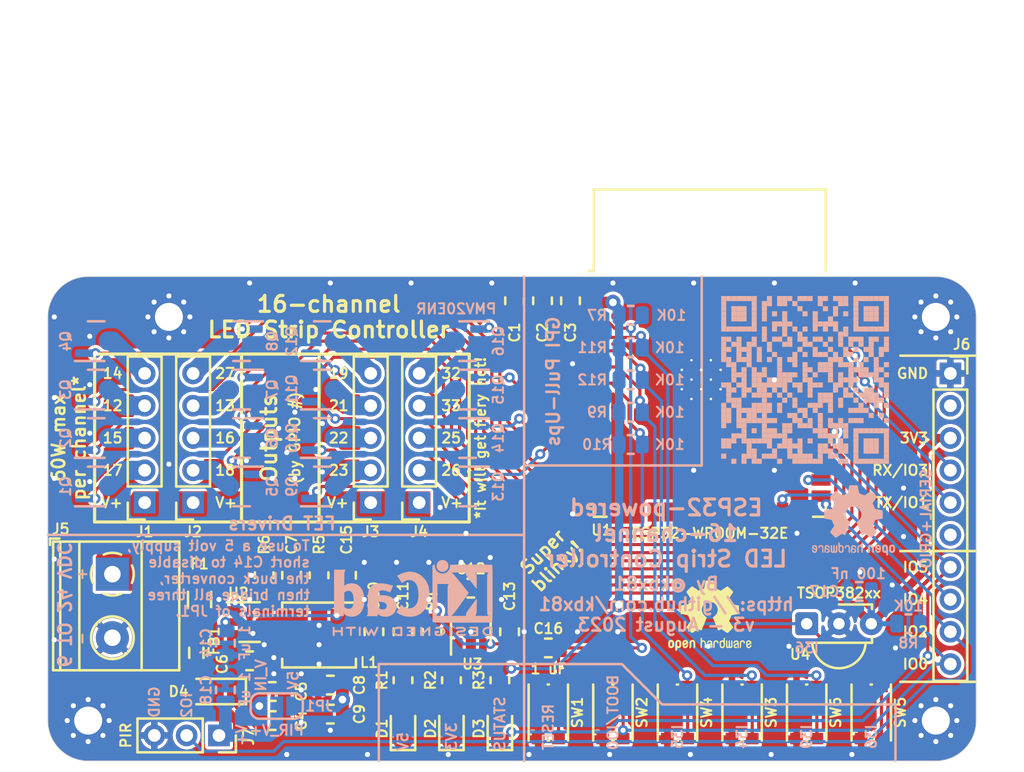
<source format=kicad_pcb>
(kicad_pcb (version 20221018) (generator pcbnew)
  (layers (0 "F.Cu" signal) (31 "B.Cu" signal) (34 "B.Paste" user) (35 "F.Paste" user) (36 "B.SilkS" user "B.Silkscreen") (37 "F.SilkS" user "F.Silkscreen") (38 "B.Mask" user) (39 "F.Mask" user) (44 "Edge.Cuts" user))
  (net 0 "")
  (net 1 "GND")
  (net 2 "/~{RESET}")
  (net 3 "+3V3")
  (net 4 "Net-(D1-A)")
  (net 5 "Net-(D2-A)")
  (net 6 "+24V")
  (net 7 "/GPIO5")
  (net 8 "/GPIO1")
  (net 9 "/GPIO3")
  (net 10 "/PWM_4_TERM")
  (net 11 "/PWM_3_TERM")
  (net 12 "/PWM_2_TERM")
  (net 13 "/PWM_1_TERM")
  (net 14 "/PWM_8_TERM")
  (net 15 "/PWM_7_TERM")
  (net 16 "/PWM_6_TERM")
  (net 17 "/PWM_5_TERM")
  (net 18 "/PWM_12_TERM")
  (net 19 "/PWM_11_TERM")
  (net 20 "/PWM_10_TERM")
  (net 21 "/PWM_9_TERM")
  (net 22 "/PWM_16_TERM")
  (net 23 "/PWM_15_TERM")
  (net 24 "/PWM_14_TERM")
  (net 25 "/PWM_13_TERM")
  (net 26 "/PWM_1")
  (net 27 "/PWM_5")
  (net 28 "/PWM_9")
  (net 29 "/PWM_13")
  (net 30 "/PWM_2")
  (net 31 "/PWM_6")
  (net 32 "/PWM_10")
  (net 33 "/PWM_14")
  (net 34 "/PWM_3")
  (net 35 "/PWM_7")
  (net 36 "/PWM_11")
  (net 37 "/PWM_15")
  (net 38 "/PWM_4")
  (net 39 "/PWM_8")
  (net 40 "/PWM_12")
  (net 41 "/PWM_16")
  (net 42 "/GPI34")
  (net 43 "/GPI35")
  (net 44 "/GPI36")
  (net 45 "/GPI39")
  (net 46 "/GPIO0")
  (net 47 "/GPIO4")
  (net 48 "/GPIO2")
  (net 49 "VDC")
  (net 50 "/SW")
  (net 51 "+5V")
  (net 52 "Net-(D3-A)")
  (net 53 "/BST")
  (net 54 "Net-(D4-A)")
  (net 55 "Net-(U3-EN)")
  (net 56 "Net-(F1-Pad2)")
  (net 64 "Net-(C7-Pad1)")
  (net 65 "Net-(U2-EN)")
  (net 66 "Net-(C15-Pad2)")
  (net 69 "Net-(J7-Pin_1)")
  (footprint "Resistor_SMD:R_0805_2012Metric" (layer "F.Cu") (at 123.825 106.045 -90)
    (fp_text reference "R1")
    (fp_text value "8K2")
  )
  (footprint "Resistor_SMD:R_0805_2012Metric" (layer "F.Cu") (at 131.445 106.045 -90)
    (fp_text reference "R3")
    (fp_text value "2K")
  )
  (footprint "Resistor_SMD:R_0805_2012Metric" (layer "F.Cu") (at 127.635 106.045 -90)
    (fp_text reference "R2")
    (fp_text value "2K")
  )
  (footprint "LED_SMD:LED_0805_2012Metric" (layer "F.Cu") (at 131.445 109.855 90)
    (fp_text reference "D3")
    (fp_text value "STATUS")
  )
  (footprint "LED_SMD:LED_0805_2012Metric" (layer "F.Cu") (at 127.635 109.855 90)
    (fp_text reference "D2")
    (fp_text value "3V3")
  )
  (footprint "LED_SMD:LED_0805_2012Metric" (layer "F.Cu") (at 123.825 109.855 90)
    (fp_text reference "D1")
    (fp_text value "5V")
  )
  (footprint "MountingHole:MountingHole_2.2mm_M2_Pad_Via" (layer "F.Cu") (at 105.41 77.47)
    (fp_text reference "H1")
    (fp_text value "MountingHole_Pad")
  )
  (footprint "MountingHole:MountingHole_2.2mm_M2_Pad_Via" (layer "F.Cu") (at 165.735 77.47)
    (fp_text reference "H2")
    (fp_text value "MountingHole_Pad")
  )
  (footprint "Button_Switch_SMD:SW_Push_1P1T_NO_CK_KMR2" (layer "F.Cu") (at 155.575 108.585 -90)
    (fp_text reference "SW6")
    (fp_text value "I39")
  )
  (footprint "Button_Switch_SMD:SW_Push_1P1T_NO_CK_KMR2" (layer "F.Cu") (at 140.335 108.585 -90)
    (fp_text reference "SW2")
    (fp_text value "BOOT/IO0")
  )
  (footprint "Connector_PinSocket_2.54mm:PinSocket_1x05_P2.54mm_Vertical" (layer "F.Cu") (at 125.095 92.075 180)
    (fp_text reference "J4")
    (fp_text value "PWM_13-16")
  )
  (footprint "Connector_PinSocket_2.54mm:PinSocket_1x05_P2.54mm_Vertical" (layer "F.Cu") (at 121.285 92.075 180)
    (fp_text reference "J3")
    (fp_text value "PWM_9-12")
  )
  (footprint "Connector_PinSocket_2.54mm:PinSocket_1x05_P2.54mm_Vertical" (layer "F.Cu") (at 107.315 92.075 180)
    (fp_text reference "J2")
    (fp_text value "PWM_5-8")
  )
  (footprint "MountingHole:MountingHole_2.2mm_M2_Pad_Via" (layer "F.Cu") (at 165.735 109.22)
    (fp_text reference "H4")
    (fp_text value "MountingHole_Pad")
  )
  (footprint "Capacitor_SMD:C_0805_2012Metric" (layer "F.Cu") (at 135.255 103.505 180)
    (fp_text reference "C16")
    (fp_text value "1 uF")
  )
  (footprint "Diode_SMD:D_SOD-123" (layer "F.Cu") (at 109.22 106.934 180)
    (fp_text reference "D4")
    (fp_text value "MBR120")
  )
  (footprint "Button_Switch_SMD:SW_Push_1P1T_NO_CK_KMR2" (layer "F.Cu") (at 145.415 108.585 -90)
    (fp_text reference "SW4")
    (fp_text value "I35")
  )
  (footprint "MountingHole:MountingHole_2.2mm_M2_Pad_Via" (layer "F.Cu") (at 99.06 109.22)
    (fp_text reference "H3")
    (fp_text value "MountingHole_Pad")
  )
  (footprint "Connector_PinSocket_2.54mm:PinSocket_1x10_P2.54mm_Vertical" (layer "F.Cu") (at 166.878 81.915)
    (fp_text reference "J6")
    (fp_text value "SERIAL+GPIO")
  )
  (footprint "Button_Switch_SMD:SW_Push_1P1T_NO_CK_KMR2" (layer "F.Cu") (at 135.255 108.585 -90)
    (fp_text reference "SW1")
    (fp_text value "RESET")
  )
  (footprint "Button_Switch_SMD:SW_Push_1P1T_NO_CK_KMR2" (layer "F.Cu") (at 160.655 108.585 -90)
    (fp_text reference "SW5")
    (fp_text value "I36")
  )
  (footprint "Button_Switch_SMD:SW_Push_1P1T_NO_CK_KMR2" (layer "F.Cu") (at 150.495 108.585 -90)
    (fp_text reference "SW3")
    (fp_text value "I34")
  )
  (footprint "Connector_PinSocket_2.54mm:PinSocket_1x05_P2.54mm_Vertical" (layer "F.Cu") (at 103.505 92.075 180)
    (fp_text reference "J1")
    (fp_text value "PWM_1-4")
  )
  (footprint "RF_Module:ESP32-WROOM-32" (layer "F.Cu") (at 147.955 83.307)
    (fp_text reference "U1")
    (fp_text value "ESP32-WROOM-32E")
  )
  (footprint "OptoDevice:Vishay_MINICAST-3Pin" (layer "F.Cu") (at 155.575 101.6)
    (fp_text reference "U4")
    (fp_text value "TSOP382xx")
  )
  (footprint "Symbol:OSHW-Logo2_7.3x6mm_SilkScreen" (layer "F.Cu") (at 147.955 100.965)
    (fp_text reference "REF**" hide)
    (fp_text value "OSHW-Logo2_7.3x6mm_SilkScreen" hide)
  )
  (footprint "Connector_PinSocket_2.54mm:PinSocket_1x03_P2.54mm_Vertical" (layer "F.Cu") (at 109.347 110.388 -90)
    (fp_text reference "J7")
    (fp_text value "PIR")
  )
  (footprint "Capacitor_SMD:C_0805_2012Metric" (layer "F.Cu") (at 115.062 97.79 -90)
    (fp_text reference "C7")
    (fp_text value "100 nF")
  )
  (footprint "Capacitor_SMD:C_0805_2012Metric" (layer "F.Cu") (at 113.538 106.934 180)
    (fp_text reference "C5")
    (fp_text value "1 uF")
  )
  (footprint "kbxLEDController-16ch:L_Murata_LQH5BPN_4.9x4.9mm" (layer "F.Cu") (at 117.221 102.489)
    (fp_text reference "L1")
    (fp_text value "6.8 uH")
  )
  (footprint "Capacitor_SMD:C_0805_2012Metric" (layer "F.Cu") (at 137 76.2 -90)
    (fp_text reference "C3")
    (fp_text value "100 nF")
  )
  (footprint "Capacitor_SMD:C_0805_2012Metric" (layer "F.Cu") (at 132.6 76.2 -90)
    (fp_text reference "C1")
    (fp_text value "10 uF")
  )
  (footprint "Fuse:Fuse_1206_3216Metric" (layer "F.Cu") (at 107.823 99.695 -90)
    (fp_text reference "F1")
    (fp_text value "250 mA")
  )
  (footprint "Inductor_SMD:L_0805_2012Metric" (layer "F.Cu") (at 107.569 103.886 -90)
    (fp_text reference "FB1")
    (fp_text value "600R/1A")
  )
  (footprint "Capacitor_SMD:C_0805_2012Metric" (layer "F.Cu") (at 132.207 102.235 -90)
    (fp_text reference "C13")
    (fp_text value "10 uF")
  )
  (footprint "Package_TO_SOT_SMD:SOT-23-5" (layer "F.Cu") (at 129.159 102.235 90)
    (fp_text reference "U3")
    (fp_text value "AP2112K-3.3")
  )
  (footprint "Resistor_SMD:R_0805_2012Metric" (layer "F.Cu") (at 126.111 102.235 -90)
    (fp_text reference "R4")
    (fp_text value "100K")
  )
  (footprint "Capacitor_SMD:C_0805_2012Metric" (layer "F.Cu") (at 111.76 104.521 180)
    (fp_text reference "C6")
    (fp_text value "100 nF")
  )
  (footprint "Capacitor_SMD:C_0805_2012Metric" (layer "F.Cu") (at 113.538 109.22 180)
    (fp_text reference "C4")
    (fp_text value "10 uF")
  )
  (footprint "TerminalBlock_Phoenix:TerminalBlock_Phoenix_MKDS-1,5-2_1x02_P5.00mm_Horizontal" (layer "F.Cu") (at 100.965 97.703 -90)
    (fp_text reference "J5")
    (fp_text value "6 TO 24 VDC")
  )
  (footprint "Capacitor_SMD:C_0805_2012Metric" (layer "F.Cu") (at 121.539 102.235 -90)
    (fp_text reference "C10")
    (fp_text value "22 uF")
  )
  (footprint "Capacitor_SMD:C_0805_2012Metric" (layer "F.Cu") (at 123.825 102.235 -90)
    (fp_text reference "C11")
    (fp_text value "1 uF")
  )
  (footprint "Capacitor_SMD:C_0805_2012Metric" (layer "F.Cu") (at 129.159 98.806 180)
    (fp_text reference "C12")
    (fp_text value "1 uF")
  )
  (footprint "Capacitor_SMD:C_0805_2012Metric" (layer "F.Cu") (at 118.11 108.712)
    (fp_text reference "C9")
    (fp_text value "22 uF")
  )
  (footprint "Capacitor_SMD:C_0805_2012Metric" (layer "F.Cu") (at 118.11 106.426)
    (fp_text reference "C8")
    (fp_text value "22 uF")
  )
  (footprint "Package_TO_SOT_SMD:TSOT-23-6" (layer "F.Cu") (at 111.76 101.473)
    (fp_text reference "U2")
    (fp_text value "AP63205WU")
  )
  (footprint "Capacitor_SMD:C_0805_2012Metric" (layer "F.Cu") (at 134.8 76.2 -90)
    (fp_text reference "C2")
    (fp_text value "1 uF")
  )
  (footprint "Capacitor_SMD:C_0805_2012Metric" (layer "F.Cu") (at 119.38 97.79 90)
    (fp_text reference "C15")
    (fp_text value "100 pF")
  )
  (footprint "Resistor_SMD:R_0805_2012Metric" (layer "F.Cu") (at 117.221 97.79 90)
    (fp_text reference "R5")
    (fp_text value "DNP")
  )
  (footprint "Resistor_SMD:R_0805_2012Metric" (layer "F.Cu") (at 112.903 97.79 -90)
    (fp_text reference "R6")
    (fp_text value "0")
  )
  (footprint "Package_TO_SOT_SMD:SOT-23" (layer "B.Cu") (at 128.905 90.805 180)
    (fp_text reference "Q13")
    (fp_text value "PMV20ENR")
  )
  (footprint "Package_TO_SOT_SMD:SOT-23" (layer "B.Cu") (at 99.695 86.995)
    (fp_text reference "Q2")
    (fp_text value "PMV20ENR")
  )
  (footprint "Package_TO_SOT_SMD:SOT-23" (layer "B.Cu") (at 128.905 79.375 180)
    (fp_text reference "Q16")
    (fp_text value "PMV20ENR")
  )
  (footprint "Package_TO_SOT_SMD:SOT-23" (layer "B.Cu") (at 117.475 79.375)
    (fp_text reference "Q12")
    (fp_text value "PMV20ENR")
  )
  (footprint "Package_TO_SOT_SMD:SOT-23" (layer "B.Cu") (at 99.695 79.375)
    (fp_text reference "Q4")
    (fp_text value "PMV20ENR")
  )
  (footprint "Package_TO_SOT_SMD:SOT-23" (layer "B.Cu") (at 128.905 83.185 180)
    (fp_text reference "Q15")
    (fp_text value "PMV20ENR")
  )
  (footprint "Package_TO_SOT_SMD:SOT-23" (layer "B.Cu") (at 117.475 83.185)
    (fp_text reference "Q11")
    (fp_text value "PMV20ENR")
  )
  (footprint "Package_TO_SOT_SMD:SOT-23" (layer "B.Cu") (at 111.125 83.185 180)
    (fp_text reference "Q7")
    (fp_text value "PMV20ENR")
  )
  (footprint "Package_TO_SOT_SMD:SOT-23" (layer "B.Cu") (at 99.695 83.185)
    (fp_text reference "Q3")
    (fp_text value "PMV20ENR")
  )
  (footprint "Package_TO_SOT_SMD:SOT-23" (layer "B.Cu") (at 128.905 86.995 180)
    (fp_text reference "Q14")
    (fp_text value "PMV20ENR")
  )
  (footprint "Package_TO_SOT_SMD:SOT-23" (layer "B.Cu") (at 117.475 86.995)
    (fp_text reference "Q10")
    (fp_text value "PMV20ENR")
  )
  (footprint "Package_TO_SOT_SMD:SOT-23" (layer "B.Cu") (at 111.125 86.995 180)
    (fp_text reference "Q6")
    (fp_text value "PMV20ENR")
  )
  (footprint "Package_TO_SOT_SMD:SOT-23" (layer "B.Cu") (at 117.475 90.805)
    (fp_text reference "Q9")
    (fp_text value "PMV20ENR")
  )
  (footprint "Package_TO_SOT_SMD:SOT-23" (layer "B.Cu") (at 111.125 90.805 180)
    (fp_text reference "Q5")
    (fp_text value "PMV20ENR")
  )
  (footprint "Package_TO_SOT_SMD:SOT-23" (layer "B.Cu") (at 99.695 90.805)
    (fp_text reference "Q1")
    (fp_text value "PMV20ENR")
  )
  (footprint "Package_TO_SOT_SMD:SOT-23" (layer "B.Cu") (at 111.125 79.375 180)
    (fp_text reference "Q8")
    (fp_text value "PMV20ENR")
  )
  (footprint "Resistor_SMD:R_0805_2012Metric" (layer "B.Cu") (at 163.576 101.6)
    (fp_text reference "R8")
    (fp_text value "10K")
  )
  (footprint "Symbol:OSHW-Logo2_7.3x6mm_SilkScreen" (layer "B.Cu") (at 159.258 93.472 180)
    (fp_text reference "REF**" hide)
    (fp_text value "OSHW-Logo2_7.3x6mm_SilkScreen" hide)
  )
  (footprint "Symbol:KiCad-Logo2_5mm_SilkScreen" (layer "B.Cu") (at 124.587 99.568 180)
    (fp_text reference "REF**" hide)
    (fp_text value "KiCad-Logo2_5mm_SilkScreen" hide)
  )
  (footprint "Resistor_SMD:R_0805_2012Metric" (layer "B.Cu") (at 141.732 87.503)
    (fp_text reference "R10")
    (fp_text value "10K")
  )
  (footprint "Resistor_SMD:R_0805_2012Metric" (layer "B.Cu") (at 141.732 84.963)
    (fp_text reference "R9")
    (fp_text value "10K")
  )
  (footprint "Resistor_SMD:R_0805_2012Metric" (layer "B.Cu") (at 141.732 77.343)
    (fp_text reference "R7")
    (fp_text value "10K")
  )
  (footprint "Capacitor_SMD:C_0805_2012Metric" (layer "B.Cu") (at 159.705 99.06 180)
    (fp_text reference "C17")
    (fp_text value "100 nF")
  )
  (footprint "Resistor_SMD:R_0805_2012Metric" (layer "B.Cu") (at 141.732 79.883)
    (fp_text reference "R11")
    (fp_text value "10K")
  )
  (footprint "Resistor_SMD:R_0805_2012Metric" (layer "B.Cu") (at 141.732 82.423)
    (fp_text reference "R12")
    (fp_text value "10K")
  )
  (footprint "Capacitor_SMD:C_0805_2012Metric" (layer "B.Cu") (at 109.855 106.807 -90)
    (fp_text reference "C18")
    (fp_text value "1 uF")
  )
  (footprint "Capacitor_SMD:C_0805_2012Metric" (layer "B.Cu") (at 109.855 103.124 90)
    (fp_text reference "C14")
    (fp_text value "1 uF")
  )
  (footprint "Jumper:SolderJumper-3_P1.3mm_Open_RoundedPad1.0x1.5mm_NumberLabels" (layer "B.Cu") (at 113.889 108.077 180)
    (fp_text reference "JP1")
    (fp_text value "PIR_V+")
  )
  (footprint "kbxLEDController-16ch:QR" (layer "B.Cu") (at 155.448 82.423 180)
    (fp_text reference "QR*****")
    (fp_text value "QR")
  )
  (gr_line (start 162.56 107.95) (end 162.56 112.395) (stroke (width 0.2)) (layer "B.SilkS"))
  (gr_line (start 141.0335 104.775) (end 121.92 104.775) (stroke (width 0.2)) (layer "B.SilkS"))
  (gr_line (start 133.35 94.615) (end 95.885 94.615) (stroke (width 0.2)) (layer "B.SilkS"))
  (gr_line (start 133.35 74.295) (end 133.35 112.395) (stroke (width 0.2)) (layer "B.SilkS"))
  (gr_line (start 144.2085 107.95) (end 141.0335 104.775) (stroke (width 0.2)) (layer "B.SilkS"))
  (gr_line (start 121.92 104.775) (end 121.92 112.395) (stroke (width 0.2)) (layer "B.SilkS"))
  (gr_line (start 162.56 107.95) (end 144.2085 107.95) (stroke (width 0.2)) (layer "B.SilkS"))
  (gr_line (start 147.32 89.154) (end 147.32 74.295) (stroke (width 0.2)) (layer "B.SilkS"))
  (gr_line (start 133.35 89.154) (end 147.32 89.154) (stroke (width 0.2)) (layer "B.SilkS"))
  (gr_line (start 99.568 93.599) (end 129.032 93.599) (stroke (width 0.25)) (layer "F.SilkS"))
  (gr_line (start 129.032 80.391) (end 99.568 80.391) (stroke (width 0.25)) (layer "F.SilkS"))
  (gr_line (start 99.568 80.391) (end 99.568 93.599) (stroke (width 0.25)) (layer "F.SilkS"))
  (gr_line (start 162.941 95.885) (end 168.91 95.885) (stroke (width 0.2)) (layer "F.SilkS"))
  (gr_line (start 117.221 93.599) (end 117.221 80.391) (stroke (width 0.25)) (layer "F.SilkS"))
  (gr_line (start 111.125 93.599) (end 111.125 80.391) (stroke (width 0.25)) (layer "F.SilkS"))
  (gr_line (start 162.941 80.518) (end 168.91 80.518) (stroke (width 0.2)) (layer "F.SilkS"))
  (gr_line (start 162.941 106.172) (end 168.91 106.172) (stroke (width 0.2)) (layer "F.SilkS"))
  (gr_line (start 129.032 93.599) (end 129.032 80.391) (stroke (width 0.25)) (layer "F.SilkS"))
  (gr_arc (start 99.06 112.395) (mid 96.814936 111.465064) (end 95.885 109.22) (stroke (width 0.05)) (layer "Edge.Cuts"))
  (gr_arc (start 95.885 77.47) (mid 96.814936 75.224936) (end 99.06 74.295) (stroke (width 0.05)) (layer "Edge.Cuts"))
  (gr_arc (start 165.735 74.295) (mid 167.980064 75.224936) (end 168.91 77.47) (stroke (width 0.05)) (layer "Edge.Cuts"))
  (gr_line (start 168.91 77.47) (end 168.91 109.22) (stroke (width 0.05)) (layer "Edge.Cuts"))
  (gr_line (start 95.885 109.22) (end 95.885 77.47) (stroke (width 0.05)) (layer "Edge.Cuts"))
  (gr_line (start 99.06 112.395) (end 165.735 112.395) (stroke (width 0.05)) (layer "Edge.Cuts"))
  (gr_arc (start 168.91 109.22) (mid 167.980064 111.465064) (end 165.735 112.395) (stroke (width 0.05)) (layer "Edge.Cuts"))
  (gr_line (start 165.735 74.295) (end 99.06 74.295) (stroke (width 0.05)) (layer "Edge.Cuts"))
  (gr_text "By @kbx81\nhttps://github.com/kbx81\nv3 — August 2023" (at 144.526 100.076) (layer "B.SilkS") (effects (font (size 1 1) (thickness 0.2)) (justify mirror)))
  (gr_text "ESP32-powered\n16-channel\nLED Strip Controller" (at 144.526 94.488) (layer "B.SilkS") (effects (font (size 1.25 1.25) (thickness 0.25)) (justify mirror)))
  (gr_text "GPI Pull-Ups" (at 135.636 82.55 90) (layer "B.SilkS") (effects (font (size 1 1) (thickness 0.2)) (justify mirror)))
  (gr_text "FET Drivers" (at 114.3 93.726) (layer "B.SilkS") (effects (font (size 1 1) (thickness 0.2)) (justify mirror)))
  (gr_text "To use a 5 volt supply,\nshort C14 to disable\nthe buck converter,\nthen bridge all three\nterminals of JP1." (at 116.586 98.044) (layer "B.SilkS") (effects (font (size 0.8 0.8) (thickness 0.16) bold) (justify left mirror)))
  (gr_text "60W max\nper channel*" (at 97.536 86.995 90) (layer "F.SilkS") (effects (font (size 1 1) (thickness 0.2))))
  (gr_text "Outputs" (at 113.284 86.995 90) (layer "F.SilkS") (effects (font (size 1.2 1.2) (thickness 0.225) bold)))
  (gr_text "Super\nblinky!" (at 135.382 96.52 45) (layer "F.SilkS") (effects (font (size 1 1) (thickness 0.2))))
  (gr_text "16-channel\nLED Strip Controller" (at 117.983 77.47) (layer "F.SilkS") (effects (font (size 1.25 1.25) (thickness 0.25))))
  (gr_text "*It will get fiery hot!" (at 129.921 86.995 90) (layer "F.SilkS") (effects (font (size 0.8 0.8) (thickness 0.16) bold)))
  (gr_text "(by GPIO #)" (at 115.316 86.995 90) (layer "F.SilkS") (effects (font (size 0.8 0.8) (thickness 0.16) bold)))
  (via (at 126.746 92.456) (size 0.8) (drill 0.4) (layers "F.Cu" "B.Cu") (net 1))
  (via (at 117.475 85.852) (size 0.8) (drill 0.4) (layers "F.Cu" "B.Cu") (net 1))
  (via (at 152.781 111.887) (size 0.8) (drill 0.4) (layers "F.Cu" "B.Cu") (net 1))
  (via (at 96.393 96.52) (size 0.8) (drill 0.4) (layers "F.Cu" "B.Cu") (net 1))
  (via (at 140.335 74.803) (size 0.8) (drill 0.4) (layers "F.Cu" "B.Cu") (net 1))
  (via (at 153.035 89.535) (size 0.8) (drill 0.4) (layers "F.Cu" "B.Cu") (net 1))
  (via (at 113.538 90.17) (size 0.8) (drill 0.4) (layers "F.Cu" "B.Cu") (net 1))
  (via (at 99.187 78.994) (size 0.8) (drill 0.4) (layers "F.Cu" "B.Cu") (net 1))
  (via (at 111.887 97.79) (size 0.8) (drill 0.4) (layers "F.Cu" "B.Cu") (net 1))
  (via (at 131.572 99.695) (size 0.8) (drill 0.4) (layers "F.Cu" "B.Cu") (net 1))
  (via (at 113.665 105.537) (size 0.8) (drill 0.4) (layers "F.Cu" "B.Cu") (net 1))
  (via (at 109.347 99.695) (size 0.8) (drill 0.4) (layers "F.Cu" "B.Cu") (net 1))
  (via (at 146.685 89.535) (size 0.8) (drill 0.4) (layers "F.Cu" "B.Cu") (net 1))
  (via (at 128.778 94.488) (size 0.8) (drill 0.4) (layers "F.Cu" "B.Cu") (net 1))
  (via (at 140.716 102.235) (size 0.8) (drill 0.4) (layers "F.Cu" "B.Cu") (net 1))
  (via (at 129.159 102.235) (size 0.8) (drill 0.4) (layers "F.Cu" "B.Cu") (net 1))
  (via (at 111.76 99.695) (size 0.8) (drill 0.4) (layers "F.Cu" "B.Cu") (net 1))
  (via (at 140.081 111.887) (size 0.8) (drill 0.4) (layers "F.Cu" "B.Cu") (net 1))
  (via (at 117.221 104.775) (size 0.8) (drill 0.4) (layers "F.Cu" "B.Cu") (net 1))
  (via (at 120.777 99.695) (size 0.8) (drill 0.4) (layers "F.Cu" "B.Cu") (net 1))
  (via (at 159.385 74.803) (size 0.8) (drill 0.4) (layers "F.Cu" "B.Cu") (net 1))
  (via (at 96.393 83.82) (size 0.8) (drill 0.4) (layers "F.Cu" "B.Cu") (net 1))
  (via (at 114.046 86.233) (size 0.8) (drill 0.4) (layers "F.Cu" "B.Cu") (net 1))
  (via (at 117.221 101.727) (size 0.8) (drill 0.4) (layers "F.Cu" "B.Cu") (net 1))
  (via (at 115.316 90.17) (size 0.8) (drill 0.4) (layers "F.Cu" "B.Cu") (net 1))
  (via (at 147.828 103.378) (size 0.8) (drill 0.4) (layers "F.Cu" "B.Cu") (net 1))
  (via (at 137.541 102.235) (size 0.8) (drill 0.4) (layers "F.Cu" "B.Cu") (net 1))
  (via (at 114.681 111.887) (size 0.8) (drill 0.4) (layers "F.Cu" "B.Cu") (net 1))
  (via (at 162.56 103.505) (size 0.8) (drill 0.4) (layers "F.Cu" "B.Cu") (net 1))
  (via (at 125.857 99.695) (size 0.8) (drill 0.4) (layers "F.Cu" "B.Cu") (net 1))
  (via (at 146.685 74.803) (size 0.8) (drill 0.4) (layers "F.Cu" "B.Cu") (net 1))
  (via (at 96.393 77.47) (size 0.8) (drill 0.4) (layers "F.Cu" "B.Cu") (net 1))
  (via (at 112.903 103.251) (size 0.8) (drill 0.4) (layers "F.Cu" "B.Cu") (net 1))
  (via (at 121.031 111.887) (size 0.8) (drill 0.4) (layers "F.Cu" "B.Cu") (net 1))
  (via (at 130.683 96.393) (size 0.8) (drill 0.4) (layers "F.Cu" "B.Cu") (net 1))
  (via (at 96.393 90.17) (size 0.8) (drill 0.4) (layers "F.Cu" "B.Cu") (net 1))
  (via (at 123.317 99.695) (size 0.8) (drill 0.4) (layers "F.Cu" "B.Cu") (net 1))
  (via (at 159.766 97.536) (size 0.8) (drill 0.4) (layers "F.Cu" "B.Cu") (net 1))
  (via (at 111.76 74.803) (size 0.8) (drill 0.4) (layers "F.Cu" "B.Cu") (net 1))
  (via (at 130.81 74.803) (size 0.8) (drill 0.4) (layers "F.Cu" "B.Cu") (net 1))
  (via (at 115.824 106.807) (size 0.8) (drill 0.4) (layers "F.Cu" "B.Cu") (net 1))
  (via (at 159.131 111.887) (size 0.8) (drill 0.4) (layers "F.Cu" "B.Cu") (net 1))
  (via (at 117.475 89.662) (size 0.8) (drill 0.4) (layers "F.Cu" "B.Cu") (net 1))
  (via (at 162.306 98.552) (size 0.8) (drill 0.4) (layers "F.Cu" "B.Cu") (net 1))
  (via (at 115.316 84.963) (size 0.8) (drill 0.4) (layers "F.Cu" "B.Cu") (net 1))
  (via (at 99.187 86.614) (size 0.8) (drill 0.4) (layers "F.Cu" "B.Cu") (net 1))
  (via (at 99.187 82.804) (size 0.8) (drill 0.4) (layers "F.Cu" "B.Cu") (net 1))
  (via (at 113.665 104.267) (size 0.8) (drill 0.4) (layers "F.Cu" "B.Cu") (net 1))
  (via (at 127.381 111.887) (size 0.8) (drill 0.4) (layers "F.Cu" "B.Cu") (net 1))
  (via (at 137.16 81.153) (size 0.8) (drill 0.4) (layers "F.Cu" "B.Cu") (net 1))
  (via (at 120.777 96.774) (size 0.8) (drill 0.4) (layers "F.Cu" "B.Cu") (net 1))
  (via (at 163.195 90.932) (size 0.8) (drill 0.4) (layers "F.Cu" "B.Cu") (net 1))
  (via (at 125.857 96.774) (size 0.8) (drill 0.4) (layers "F.Cu" "B.Cu") (net 1))
  (via (at 112.014 102.362) (size 0.8) (drill 0.4) (layers "F.Cu" "B.Cu") (net 1))
  (via (at 128.397 96.774) (size 0.8) (drill 0.4) (layers "F.Cu" "B.Cu") (net 1))
  (via (at 154.813 94.488) (size 0.8) (drill 0.4) (layers "F.Cu" "B.Cu") (net 1))
  (via (at 117.221 103.251) (size 0.8) (drill 0.4) (layers "F.Cu" "B.Cu") (net 1))
  (via (at 163.195 94.742) (size 0.8) (drill 0.4) (layers "F.Cu" "B.Cu") (net 1))
  (via (at 124.46 74.803) (size 0.8) (drill 0.4) (layers "F.Cu" "B.Cu") (net 1))
  (via (at 146.431 111.887) (size 0.8) (drill 0.4) (layers "F.Cu" "B.Cu") (net 1))
  (via (at 105.41 89.05) (size 0.8) (drill 0.4) (layers "F.Cu" "B.Cu") (net 1))
  (via (at 112.776 87.503) (size 0.8) (drill 0.4) (layers "F.Cu" "B.Cu") (net 1))
  (via (at 118.11 74.803) (size 0.8) (drill 0.4) (layers "F.Cu" "B.Cu") (net 1))
  (via (at 116.967 83.18) (size 0.8) (drill 0.4) (layers "F.Cu" "B.Cu") (net 1))
  (via (at 115.824 109.347) (size 0.8) (drill 0.4) (layers "F.Cu" "B.Cu") (net 1))
  (via (at 133.731 111.887) (size 0.8) (drill 0.4) (layers "F.Cu" "B.Cu") (net 1))
  (via (at 133.35 102.235) (size 0.8) (drill 0.4) (layers "F.Cu" "B.Cu") (net 1))
  (via (at 153.035 82.423) (size 0.8) (drill 0.4) (layers "F.Cu" "B.Cu") (net 1))
  (via (at 99.187 90.424) (size 0.8) (drill 0.4) (layers "F.Cu" "B.Cu") (net 1))
  (via (at 154.178 103.378) (size 0.8) (drill 0.4) (layers "F.Cu" "B.Cu") (net 1))
  (via (at 123.317 96.774) (size 0.8) (drill 0.4) (layers "F.Cu" "B.Cu") (net 1))
  (via (at 118.11 109.982) (size 0.8) (drill 0.4) (layers "F.Cu" "B.Cu") (net 1))
  (via (at 115.824 105.537) (size 0.8) (drill 0.4) (layers "F.Cu" "B.Cu") (net 1))
  (via (at 96.393 102.87) (size 0.8) (drill 0.4) (layers "F.Cu" "B.Cu") (net 1))
  (via (at 114.681 88.138) (size 0.8) (drill 0.4) (layers "F.Cu" "B.Cu") (net 1))
  (via (at 137.16 92.964) (size 0.8) (drill 0.4) (layers "F.Cu" "B.Cu") (net 1))
  (via (at 111.506 88.773) (size 0.8) (drill 0.4) (layers "F.Cu" "B.Cu") (net 1))
  (via (at 153.035 74.803) (size 0.8) (drill 0.4) (layers "F.Cu" "B.Cu") (net 1))
  (segment (start 136.055 106.535) (end 136.055 103.655) (width 0.25) (layer "F.Cu") (net 2))
  (segment (start 136.205 103.505) (end 142.621 103.505) (width 0.25) (layer "F.Cu") (net 2))
  (segment (start 140.462 78.359) (end 139.7 77.597) (width 0.25) (layer "F.Cu") (net 2))
  (segment (start 136.055 103.655) (end 136.205 103.505) (width 0.25) (layer "F.Cu") (net 2))
  (segment (start 139.7 77.597) (end 139.205 77.597) (width 0.25) (layer "F.Cu") (net 2))
  (segment (start 136.055 110.635) (end 136.055 106.535) (width 0.25) (layer "F.Cu") (net 2))
  (segment (start 141.744 78.359) (end 140.462 78.359) (width 0.25) (layer "F.Cu") (net 2))
  (via (at 142.621 103.505) (size 0.8) (drill 0.4) (layers "F.Cu" "B.Cu") (net 2))
  (via (at 141.744 78.359) (size 0.8) (drill 0.4) (layers "F.Cu" "B.Cu") (net 2))
  (segment (start 141.732 78.371) (end 141.744 78.359) (width 0.25) (layer "B.Cu") (net 2))
  (segment (start 142.621 103.505) (end 141.732 102.616) (width 0.25) (layer "B.Cu") (net 2))
  (segment (start 141.732 102.616) (end 141.732 87.884) (width 0.25) (layer "B.Cu") (net 2))
  (segment (start 141.732 87.884) (end 141.732 78.371) (width 0.25) (layer "B.Cu") (net 2))
  (segment (start 141.744 78.359) (end 142.6445 77.4585) (width 0.25) (layer "B.Cu") (net 2))
  (segment (start 142.6445 77.4585) (end 142.6445 77.343) (width 0.25) (layer "B.Cu") (net 2))
  (segment (start 128.209 98.486) (end 129.286 97.409) (width 0.65) (layer "F.Cu") (net 3))
  (segment (start 164.846 88.011) (end 165.862 86.995) (width 0.65) (layer "F.Cu") (net 3))
  (segment (start 165.862 86.995) (end 166.878 86.995) (width 0.65) (layer "F.Cu") (net 3))
  (segment (start 137 77.15) (end 137.607 77.15) (width 0.65) (layer "F.Cu") (net 3))
  (segment (start 127.635 105.1325) (end 131.445 105.1325) (width 0.25) (layer "F.Cu") (net 3))
  (segment (start 139.205 76.327) (end 140.335 76.327) (width 0.65) (layer "F.Cu") (net 3))
  (segment (start 164.846 97.409) (end 164.846 88.011) (width 0.65) (layer "F.Cu") (net 3))
  (segment (start 134.1475 100.1115) (end 140.8075 100.1115) (width 0.65) (layer "F.Cu") (net 3))
  (segment (start 132.6 77.15) (end 134.8 77.15) (width 1) (layer "F.Cu") (net 3))
  (segment (start 159.1665 100.1115) (end 140.8075 100.1115) (width 0.65) (layer "F.Cu") (net 3))
  (segment (start 131.445 105.1325) (end 132.334 105.1325) (width 0.25) (layer "F.Cu") (net 3))
  (segment (start 160.655 101.6) (end 159.1665 100.1115) (width 0.65) (layer "F.Cu") (net 3))
  (segment (start 134.8 77.15) (end 137 77.15) (width 1) (layer "F.Cu") (net 3))
  (segment (start 137.607 77.15) (end 138.43 76.327) (width 0.65) (layer "F.Cu") (net 3))
  (segment (start 138.43 76.327) (end 139.205 76.327) (width 0.65) (layer "F.Cu") (net 3))
  (segment (start 128.209 98.806) (end 128.209 98.486) (width 0.65) (layer "F.Cu") (net 3))
  (segment (start 128.209 101.0975) (end 128.209 98.806) (width 0.6) (layer "F.Cu") (net 3))
  (segment (start 131.445 97.409) (end 134.1475 100.1115) (width 0.65) (layer "F.Cu") (net 3))
  (segment (start 129.286 97.409) (end 131.445 97.409) (width 0.65) (layer "F.Cu") (net 3))
  (segment (start 160.655 101.6) (end 164.846 97.409) (width 0.65) (layer "F.Cu") (net 3))
  (via (at 140.8075 100.1115) (size 1.2) (drill 0.6) (layers "F.Cu" "B.Cu") (net 3))
  (via (at 140.335 76.327) (size 1.2) (drill 0.6) (layers "F.Cu" "B.Cu") (net 3))
  (via (at 132.334 105.1325) (size 0.8) (drill 0.4) (layers "F.Cu" "B.Cu") (net 3))
  (segment (start 140.8195 77.343) (end 140.8195 79.883) (width 0.65) (layer "B.Cu") (net 3))
  (segment (start 140.335 76.327) (end 140.8195 76.8115) (width 0.65) (layer "B.Cu") (net 3))
  (segment (start 140.8195 82.423) (end 140.8195 84.963) (width 0.65) (layer "B.Cu") (net 3))
  (segment (start 140.8195 96.6705) (end 140.8195 100.0995) (width 0.65) (layer "B.Cu") (net 3))
  (segment (start 160.655 101.6) (end 160.655 99.06) (width 0.6) (layer "B.Cu") (net 3))
  (segment (start 140.8195 84.963) (end 140.8195 87.503) (width 0.65) (layer "B.Cu") (net 3))
  (segment (start 140.8195 76.8115) (end 140.8195 77.343) (width 0.65) (layer "B.Cu") (net 3))
  (segment (start 140.8195 100.0995) (end 140.8075 100.1115) (width 0.65) (layer "B.Cu") (net 3))
  (segment (start 132.334 105.1325) (end 135.7865 105.1325) (width 0.25) (layer "B.Cu") (net 3))
  (segment (start 135.7865 105.1325) (end 140.8075 100.1115) (width 0.25) (layer "B.Cu") (net 3))
  (segment (start 162.6635 101.6) (end 160.655 101.6) (width 0.4) (layer "B.Cu") (net 3))
  (segment (start 140.8195 79.883) (end 140.8195 82.423) (width 0.65) (layer "B.Cu") (net 3))
  (segment (start 140.8195 87.503) (end 140.8195 96.6705) (width 0.65) (layer "B.Cu") (net 3))
  (segment (start 123.825 107.07) (end 123.825 108.9175) (width 0.25) (layer "F.Cu") (net 4))
  (segment (start 127.635 108.9175) (end 127.635 107.07) (width 0.25) (layer "F.Cu") (net 5))
  (via (at 112.522 108.077) (size 1.2) (drill 0.6) (layers "F.Cu" "B.Cu") (net 6))
  (segment (start 156.705 86.487) (end 157.734 86.487) (width 0.25) (layer "F.Cu") (net 7))
  (segment (start 131.445 110.7925) (end 131.6505 110.7925) (width 0.25) (layer "F.Cu") (net 7))
  (segment (start 165.1 98.933) (end 166.878 97.155) (width 0.25) (layer "F.Cu") (net 7))
  (segment (start 165.1 104.14) (end 165.1 98.933) (width 0.25) (layer "F.Cu") (net 7))
  (segment (start 131.6505 110.7925) (end 132.334 110.109) (width 0.25) (layer "F.Cu") (net 7))
  (via (at 157.734 86.487) (size 0.8) (drill 0.4) (layers "F.Cu" "B.Cu") (net 7))
  (via (at 132.334 110.109) (size 0.8) (drill 0.4) (layers "F.Cu" "B.Cu") (net 7))
  (via (at 165.1 104.14) (size 0.8) (drill 0.4) (layers "F.Cu" "B.Cu") (net 7))
  (segment (start 140.589 109.347) (end 140.716 109.22) (width 0.25) (layer "B.Cu") (net 7))
  (segment (start 166.878 97.155) (end 157.734 88.011) (width 0.25) (layer "B.Cu") (net 7))
  (segment (start 157.734 88.011) (end 157.734 86.487) (width 0.25) (layer "B.Cu") (net 7))
  (segment (start 139.827 110.109) (end 140.589 109.347) (width 0.25) (layer "B.Cu") (net 7))
  (segment (start 132.334 110.109) (end 139.827 110.109) (width 0.25) (layer "B.Cu") (net 7))
  (segment (start 141.605 109.22) (end 160.02 109.22) (width 0.25) (layer "B.Cu") (net 7))
  (segment (start 160.02 109.22) (end 165.1 104.14) (width 0.25) (layer "B.Cu") (net 7))
  (segment (start 140.716 109.22) (end 141.605 109.22) (width 0.25) (layer "B.Cu") (net 7))
  (segment (start 157.734 78.867) (end 159.385 80.518) (width 0.25) (layer "F.Cu") (net 8))
  (segment (start 156.705 78.867) (end 157.734 78.867) (width 0.25) (layer "F.Cu") (net 8))
  (via (at 159.385 80.518) (size 0.8) (drill 0.4) (layers "F.Cu" "B.Cu") (net 8))
  (segment (start 165.481 89.027) (end 159.385 82.931) (width 0.25) (layer "B.Cu") (net 8))
  (segment (start 166.878 92.075) (end 165.481 90.678) (width 0.25) (layer "B.Cu") (net 8))
  (segment (start 159.385 82.931) (end 159.385 80.518) (width 0.25) (layer "B.Cu") (net 8))
  (segment (start 165.481 90.678) (end 165.481 89.027) (width 0.25) (layer "B.Cu") (net 8))
  (segment (start 156.705 80.137) (end 157.734 80.137) (width 0.25) (layer "F.Cu") (net 9))
  (segment (start 157.734 80.137) (end 160.147 82.55) (width 0.25) (layer "F.Cu") (net 9))
  (via (at 160.147 82.55) (size 0.8) (drill 0.4) (layers "F.Cu" "B.Cu") (net 9))
  (segment (start 166.878 89.281) (end 166.878 89.535) (width 0.25) (layer "B.Cu") (net 9))
  (segment (start 160.147 82.55) (end 166.878 89.281) (width 0.25) (layer "B.Cu") (net 9))
  (segment (start 103.505 81.915) (end 100.9518 79.3618) (width 1.5) (layer "B.Cu") (net 10))
  (segment (start 100.9518 79.3618) (end 100.645699 79.3618) (width 1.5) (layer "B.Cu") (net 10))
  (segment (start 101.928899 84.455) (end 100.645699 83.1718) (width 1.5) (layer "B.Cu") (net 11))
  (segment (start 103.505 84.455) (end 101.928899 84.455) (width 1.5) (layer "B.Cu") (net 11))
  (segment (start 100.658899 86.995) (end 100.645699 86.9818) (width 1.5) (layer "B.Cu") (net 12))
  (segment (start 103.505 86.995) (end 100.658899 86.995) (width 1.5) (layer "B.Cu") (net 12))
  (segment (start 103.505 89.535) (end 101.902499 89.535) (width 1.5) (layer "B.Cu") (net 13))
  (segment (start 101.902499 89.535) (end 100.645699 90.7918) (width 1.5) (layer "B.Cu") (net 13))
  (segment (start 109.8418 79.3882) (end 110.174301 79.3882) (width 1.5) (layer "B.Cu") (net 14))
  (segment (start 107.315 81.915) (end 109.8418 79.3882) (width 1.5) (layer "B.Cu") (net 14))
  (segment (start 107.315 84.455) (end 108.9175 84.455) (width 1.5) (layer "B.Cu") (net 15))
  (segment (start 108.9175 84.455) (end 110.174301 83.198199) (width 1.5) (layer "B.Cu") (net 15))
  (segment (start 107.315 86.995) (end 110.1875 86.995) (width 1.5) (layer "B.Cu") (net 16))
  (segment (start 108.9175 89.535) (end 110.1875 90.805) (width 1.5) (layer "B.Cu") (net 17))
  (segment (start 107.315 89.535) (end 108.9175 89.535) (width 1.5) (layer "B.Cu") (net 17))
  (segment (start 121.285 81.915) (end 118.745 79.375) (width 1.5) (layer "B.Cu") (net 18))
  (segment (start 118.745 79.375) (end 118.4125 79.375) (width 1.5) (layer "B.Cu") (net 18))
  (segment (start 121.285 84.455) (end 119.6825 84.455) (width 1.5) (layer "B.Cu") (net 19))
  (segment (start 119.6825 84.455) (end 118.4125 83.185) (width 1.5) (layer "B.Cu") (net 19))
  (segment (start 118.438899 86.995) (end 118.425699 86.9818) (width 1.5) (layer "B.Cu") (net 20))
  (segment (start 121.285 86.995) (end 118.438899 86.995) (width 1.5) (layer "B.Cu") (net 20))
  (segment (start 121.285 89.535) (end 119.6825 89.535) (width 1.5) (layer "B.Cu") (net 21))
  (segment (start 119.6825 89.535) (end 118.425699 90.791801) (width 1.5) (layer "B.Cu") (net 21))
  (segment (start 125.095 81.915) (end 127.635 79.375) (width 1.5) (layer "B.Cu") (net 22))
  (segment (start 127.635 79.375) (end 127.9675 79.375) (width 1.5) (layer "B.Cu") (net 22))
  (segment (start 125.095 84.455) (end 126.6975 84.455) (width 1.5) (layer "B.Cu") (net 23))
  (segment (start 126.6975 84.455) (end 127.9675 83.185) (width 1.5) (layer "B.Cu") (net 23))
  (segment (start 125.095 86.995) (end 127.9675 86.995) (width 1.5) (layer "B.Cu") (net 24))
  (segment (start 125.095 89.535) (end 126.6975 89.535) (width 1.5) (layer "B.Cu") (net 25))
  (segment (start 126.6975 89.535) (end 127.9675 90.805) (width 1.5) (layer "B.Cu") (net 25))
  (segment (start 156.705 87.757) (end 157.705 87.757) (width 0.25) (layer "F.Cu") (net 26))
  (segment (start 125.857 80.01) (end 117.983 80.01) (width 0.25) (layer "F.Cu") (net 26))
  (segment (start 127.635 84.963) (end 127.635 81.788) (width 0.25) (layer "F.Cu") (net 26))
  (segment (start 128.27 85.598) (end 127.635 84.963) (width 0.25) (layer "F.Cu") (net 26))
  (segment (start 158.496 92.964) (end 155.448 96.012) (width 0.25) (layer "F.Cu") (net 26))
  (segment (start 157.705 87.757) (end 158.496 88.548) (width 0.25) (layer "F.Cu") (net 26))
  (segment (start 117.983 80.01) (end 109.728 88.265) (width 0.25) (layer "F.Cu") (net 26))
  (segment (start 109.728 88.265) (end 102.489 88.265) (width 0.25) (layer "F.Cu") (net 26))
  (segment (start 158.496 88.548) (end 158.496 92.964) (width 0.25) (layer "F.Cu") (net 26))
  (segment (start 135.89 96.012) (end 128.905 89.027) (width 0.25) (layer "F.Cu") (net 26))
  (segment (start 128.905 89.027) (end 128.905 87.884) (width 0.25) (layer "F.Cu") (net 26))
  (segment (start 127.635 81.788) (end 125.857 80.01) (width 0.25) (layer "F.Cu") (net 26))
  (segment (start 102.489 88.265) (end 99.6315 91.1225) (width 0.25) (layer "F.Cu") (net 26))
  (segment (start 99.6315 91.1225) (end 99.6315 91.7575) (width 0.25) (layer "F.Cu") (net 26))
  (segment (start 155.448 96.012) (end 135.89 96.012) (width 0.25) (layer "F.Cu") (net 26))
  (segment (start 128.27 87.249) (end 128.27 85.598) (width 0.25) (layer "F.Cu") (net 26))
  (segment (start 128.905 87.884) (end 128.27 87.249) (width 0.25) (layer "F.Cu") (net 26))
  (via (at 99.6315 91.7575) (size 0.8) (drill 0.4) (layers "F.Cu" "B.Cu") (net 26))
  (segment (start 99.629 91.755) (end 99.6315 91.7575) (width 0.25) (layer "B.Cu") (net 26))
  (segment (start 98.7575 91.755) (end 99.629 91.755) (width 0.25) (layer "B.Cu") (net 26))
  (segment (start 110.871 88.138) (end 110.871 88.265) (width 0.25) (layer "F.Cu") (net 27))
  (segment (start 127.635 85.852) (end 127 85.217) (width 0.25) (layer "F.Cu") (net 27))
  (segment (start 127 85.217) (end 127 82.042) (width 0.25) (layer "F.Cu") (net 27))
  (segment (start 125.603 80.645) (end 118.364 80.645) (width 0.25) (layer "F.Cu") (net 27))
  (segment (start 110.871 88.265) (end 110.363 88.773) (width 0.25) (layer "F.Cu") (net 27))
  (segment (start 155.702 96.647) (end 135.636 96.647) (width 0.25) (layer "F.Cu") (net 27))
  (segment (start 127 82.042) (end 125.603 80.645) (width 0.25) (layer "F.Cu") (net 27))
  (segment (start 118.364 80.645) (end 110.871 88.138) (width 0.25) (layer "F.Cu") (net 27))
  (segment (start 159.131 86.643) (end 159.131 93.218) (width 0.25) (layer "F.Cu") (net 27))
  (segment (start 127.635 87.503) (end 127.635 85.852) (width 0.25) (layer "F.Cu") (net 27))
  (segment (start 128.27 88.138) (end 127.635 87.503) (width 0.25) (layer "F.Cu") (net 27))
  (segment (start 128.27 89.281) (end 128.27 88.138) (width 0.25) (layer "F.Cu") (net 27))
  (segment (start 135.636 96.647) (end 128.27 89.281) (width 0.25) (layer "F.Cu") (net 27))
  (segment (start 156.705 85.217) (end 157.705 85.217) (width 0.25) (layer "F.Cu") (net 27))
  (segment (start 157.705 85.217) (end 159.131 86.643) (width 0.25) (layer "F.Cu") (net 27))
  (segment (start 159.131 93.218) (end 155.702 96.647) (width 0.25) (layer "F.Cu") (net 27))
  (via (at 110.363 88.773) (size 0.8) (drill 0.4) (layers "F.Cu" "B.Cu") (net 27))
  (segment (start 112.0625 89.855) (end 111.445 89.855) (width 0.25) (layer "B.Cu") (net 27))
  (segment (start 111.445 89.855) (end 110.363 88.773) (width 0.25) (layer "B.Cu") (net 27))
  (segment (start 161.671 80.293) (end 157.705 76.327) (width 0.25) (layer "F.Cu") (net 28))
  (segment (start 134.582002 99.187) (end 156.718 99.187) (width 0.25) (layer "F.Cu") (net 28))
  (segment (start 161.671 94.234) (end 161.671 80.293) (width 0.25) (layer "F.Cu") (net 28))
  (segment (start 157.705 76.327) (end 156.705 76.327) (width 0.25) (layer "F.Cu") (net 28))
  (segment (start 156.718 99.187) (end 161.671 94.234) (width 0.25) (layer "F.Cu") (net 28))
  (segment (start 117.062657 91.195905) (end 117.453562 90.805) (width 0.25) (layer "F.Cu") (net 28))
  (segment (start 126.200002 90.805) (end 134.582002 99.187) (width 0.25) (layer "F.Cu") (net 28))
  (segment (start 117.453562 90.805) (end 126.200002 90.805) (width 0.25) (layer "F.Cu") (net 28))
  (via (at 117.062657 91.195905) (size 0.8) (drill 0.4) (layers "F.Cu" "B.Cu") (net 28))
  (segment (start 116.5375 91.721062) (end 117.062657 91.195905) (width 0.25) (layer "B.Cu") (net 28))
  (segment (start 116.5375 91.755) (end 116.5375 91.721062) (width 0.25) (layer "B.Cu") (net 28))
  (segment (start 134.62 88.265) (end 135.128 87.757) (width 0.25) (layer "F.Cu") (net 29))
  (segment (start 135.128 87.757) (end 139.205 87.757) (width 0.25) (layer "F.Cu") (net 29))
  (via (at 134.62 88.265) (size 0.8) (drill 0.4) (layers "F.Cu" "B.Cu") (net 29))
  (segment (start 129.8425 89.855) (end 133.03 89.855) (width 0.25) (layer "B.Cu") (net 29))
  (segment (start 133.03 89.855) (end 134.62 88.265) (width 0.25) (layer "B.Cu") (net 29))
  (segment (start 130.175 87.376) (end 129.54 86.741) (width 0.25) (layer "F.Cu") (net 30))
  (segment (start 152.405 93.817) (end 151.48 94.742) (width 0.25) (layer "F.Cu") (net 30))
  (segment (start 130.175 88.519) (end 130.175 87.376) (width 0.25) (layer "F.Cu") (net 30))
  (segment (start 136.398 94.742) (end 130.175 88.519) (width 0.25) (layer "F.Cu") (net 30))
  (segment (start 129.54 86.741) (end 129.54 85.09) (width 0.25) (layer "F.Cu") (net 30))
  (segment (start 109.22 85.725) (end 101.854 85.725) (width 0.25) (layer "F.Cu") (net 30))
  (segment (start 129.54 85.09) (end 128.905 84.455) (width 0.25) (layer "F.Cu") (net 30))
  (segment (start 152.405 92.817) (end 152.405 93.817) (width 0.25) (layer "F.Cu") (net 30))
  (segment (start 116.205 78.74) (end 109.22 85.725) (width 0.25) (layer "F.Cu") (net 30))
  (segment (start 101.854 85.725) (end 99.6315 87.9475) (width 0.25) (layer "F.Cu") (net 30))
  (segment (start 128.905 81.28) (end 126.365 78.74) (width 0.25) (layer "F.Cu") (net 30))
  (segment (start 151.48 94.742) (end 136.398 94.742) (width 0.25) (layer "F.Cu") (net 30))
  (segment (start 128.905 84.455) (end 128.905 81.28) (width 0.25) (layer "F.Cu") (net 30))
  (segment (start 126.365 78.74) (end 116.205 78.74) (width 0.25) (layer "F.Cu") (net 30))
  (via (at 99.6315 87.9475) (size 0.8) (drill 0.4) (layers "F.Cu" "B.Cu") (net 30))
  (segment (start 98.7575 87.945) (end 99.629 87.945) (width 0.25) (layer "B.Cu") (net 30))
  (segment (start 99.629 87.945) (end 99.6315 87.9475) (width 0.25) (layer "B.Cu") (net 30))
  (segment (start 129.54 87.63) (end 128.905 86.995) (width 0.25) (layer "F.Cu") (net 31))
  (segment (start 126.111 79.375) (end 117.094 79.375) (width 0.25) (layer "F.Cu") (net 31))
  (segment (start 157.705 89.027) (end 157.861 89.183) (width 0.25) (layer "F.Cu") (net 31))
  (segment (start 157.861 92.71) (end 155.194 95.377) (width 0.25) (layer "F.Cu") (net 31))
  (segment (start 136.144 95.377) (end 129.54 88.773) (width 0.25) (layer "F.Cu") (net 31))
  (segment (start 128.905 85.344) (end 128.27 84.709) (width 0.25) (layer "F.Cu") (net 31))
  (segment (start 129.54 88.773) (end 129.54 87.63) (width 0.25) (layer "F.Cu") (net 31))
  (segment (start 155.194 95.377) (end 136.144 95.377) (width 0.25) (layer "F.Cu") (net 31))
  (segment (start 117.094 79.375) (end 111.1885 85.2805) (width 0.25) (layer "F.Cu") (net 31))
  (segment (start 128.27 84.709) (end 128.27 81.534) (width 0.25) (layer "F.Cu") (net 31))
  (segment (start 156.705 89.027) (end 157.705 89.027) (width 0.25) (layer "F.Cu") (net 31))
  (segment (start 157.861 89.183) (end 157.861 92.71) (width 0.25) (layer "F.Cu") (net 31))
  (segment (start 128.905 86.995) (end 128.905 85.344) (width 0.25) (layer "F.Cu") (net 31))
  (segment (start 128.27 81.534) (end 126.111 79.375) (width 0.25) (layer "F.Cu") (net 31))
  (via (at 111.1885 85.2805) (size 0.8) (drill 0.4) (layers "F.Cu" "B.Cu") (net 31))
  (segment (start 111.1885 85.2805) (end 111.953 86.045) (width 0.25) (layer "B.Cu") (net 31))
  (segment (start 111.953 86.045) (end 112.0625 86.045) (width 0.25) (layer "B.Cu") (net 31))
  (segment (start 118.4275 87.9475) (end 117.4115 87.9475) (width 0.25) (layer "F.Cu") (net 32))
  (segment (start 161.036 93.98) (end 156.464 98.552) (width 0.25) (layer "F.Cu") (net 32))
  (segment (start 157.705 77.597) (end 161.036 80.928) (width 0.25) (layer "F.Cu") (net 32))
  (segment (start 125.774999 88.309999) (end 118.789999 88.309999) (width 0.25) (layer "F.Cu") (net 32))
  (segment (start 156.705 77.597) (end 157.705 77.597) (width 0.25) (layer "F.Cu") (net 32))
  (segment (start 118.789999 88.309999) (end 118.4275 87.9475) (width 0.25) (layer "F.Cu") (net 32))
  (segment (start 134.874 98.552) (end 126.365 90.043) (width 0.25) (layer "F.Cu") (net 32))
  (segment (start 126.365 88.9) (end 125.774999 88.309999) (width 0.25) (layer "F.Cu") (net 32))
  (segment (start 161.036 80.928) (end 161.036 93.98) (width 0.25) (layer "F.Cu") (net 32))
  (segment (start 126.365 90.043) (end 126.365 88.9) (width 0.25) (layer "F.Cu") (net 32))
  (segment (start 156.464 98.552) (end 134.874 98.552) (width 0.25) (layer "F.Cu") (net 32))
  (via (at 117.4115 87.9475) (size 0.8) (drill 0.4) (layers "F.Cu" "B.Cu") (net 32))
  (segment (start 116.5375 87.945) (end 117.409 87.945) (width 0.25) (layer "B.Cu") (net 32))
  (segment (start 117.409 87.945) (end 117.4115 87.9475) (width 0.25) (layer "B.Cu") (net 32))
  (segment (start 133.985 86.487) (end 132.969 85.471) (width 0.25) (layer "F.Cu") (net 33))
  (segment (start 139.205 86.487) (end 133.985 86.487) (width 0.25) (layer "F.Cu") (net 33))
  (via (at 132.969 85.471) (size 0.8) (drill 0.4) (layers "F.Cu" "B.Cu") (net 33))
  (segment (start 129.8425 86.045) (end 132.395 86.045) (width 0.25) (layer "B.Cu") (net 33))
  (segment (start 132.395 86.045) (end 132.969 85.471) (width 0.25) (layer "B.Cu") (net 33))
  (segment (start 139.205 91.567) (end 135.001 91.567) (width 0.25) (layer "F.Cu") (net 34))
  (segment (start 130.175 83.947) (end 130.175 80.772) (width 0.25) (layer "F.Cu") (net 34))
  (segment (start 100.584 83.185) (end 99.6315 84.1375) (width 0.25) (layer "F.Cu") (net 34))
  (segment (start 131.445 86.868) (end 130.81 86.233) (width 0.25) (layer "F.Cu") (net 34))
  (segment (start 130.81 86.233) (end 130.81 84.582) (width 0.25) (layer "F.Cu") (net 34))
  (segment (start 131.445 88.011) (end 131.445 86.868) (width 0.25) (layer "F.Cu") (net 34))
  (segment (start 114.554 77.47) (end 108.839 83.185) (width 0.25) (layer "F.Cu") (net 34))
  (segment (start 108.839 83.185) (end 100.584 83.185) (width 0.25) (layer "F.Cu") (net 34))
  (segment (start 130.175 80.772) (end 126.873 77.47) (width 0.25) (layer "F.Cu") (net 34))
  (segment (start 135.001 91.567) (end 131.445 88.011) (width 0.25) (layer "F.Cu") (net 34))
  (segment (start 126.873 77.47) (end 114.554 77.47) (width 0.25) (layer "F.Cu") (net 34))
  (segment (start 130.81 84.582) (end 130.175 83.947) (width 0.25) (layer "F.Cu") (net 34))
  (via (at 99.6315 84.1375) (size 0.8) (drill 0.4) (layers "F.Cu" "B.Cu") (net 34))
  (segment (start 99.629 84.135) (end 99.6315 84.1375) (width 0.25) (layer "B.Cu") (net 34))
  (segment (start 98.7575 84.135) (end 99.629 84.135) (width 0.25) (layer "B.Cu") (net 34))
  (segment (start 129.54 81.026) (end 126.619 78.105) (width 0.25) (layer "F.Cu") (net 35))
  (segment (start 130.81 87.122) (end 130.175 86.487) (width 0.25) (layer "F.Cu") (net 35))
  (segment (start 130.175 84.836) (end 129.54 84.201) (width 0.25) (layer "F.Cu") (net 35))
  (segment (start 143.515 92.817) (end 143.515 93.817) (width 0.25) (layer "F.Cu") (net 35))
  (segment (start 115.316 78.105) (end 111.1885 82.2325) (width 0.25) (layer "F.Cu") (net 35))
  (segment (start 143.515 93.817) (end 143.225 94.107) (width 0.25) (layer "F.Cu") (net 35))
  (segment (start 126.619 78.105) (end 115.316 78.105) (width 0.25) (layer "F.Cu") (net 35))
  (segment (start 130.175 86.487) (end 130.175 84.836) (width 0.25) (layer "F.Cu") (net 35))
  (segment (start 130.81 88.265) (end 130.81 87.122) (width 0.25) (layer "F.Cu") (net 35))
  (segment (start 143.225 94.107) (end 136.652 94.107) (width 0.25) (layer "F.Cu") (net 35))
  (segment (start 136.652 94.107) (end 130.81 88.265) (width 0.25) (layer "F.Cu") (net 35))
  (segment (start 129.54 84.201) (end 129.54 81.026) (width 0.25) (layer "F.Cu") (net 35))
  (via (at 111.1885 82.2325) (size 0.8) (drill 0.4) (layers "F.Cu" "B.Cu") (net 35))
  (segment (start 112.0625 82.235) (end 111.191 82.235) (width 0.25) (layer "B.Cu") (net 35))
  (segment (start 111.191 82.235) (end 111.1885 82.2325) (width 0.25) (layer "B.Cu") (net 35))
  (segment (start 160.401 93.726) (end 156.21 97.917) (width 0.25) (layer "F.Cu") (net 36))
  (segment (start 160.401 84.103) (end 160.401 93.726) (width 0.25) (layer "F.Cu") (net 36))
  (segment (start 135.128 97.917) (end 127 89.789) (width 0.25) (layer "F.Cu") (net 36))
  (segment (start 120.015 85.471) (end 118.491 85.471) (width 0.25) (layer "F.Cu") (net 36))
  (segment (start 125.685001 85.680001) (end 120.224001 85.680001) (width 0.25) (layer "F.Cu") (net 36))
  (segment (start 126.365 88.011) (end 126.365 86.36) (width 0.25) (layer "F.Cu") (net 36))
  (segment (start 156.21 97.917) (end 135.128 97.917) (width 0.25) (layer "F.Cu") (net 36))
  (segment (start 120.224001 85.680001) (end 120.015 85.471) (width 0.25) (layer "F.Cu") (net 36))
  (segment (start 157.705 81.407) (end 160.401 84.103) (width 0.25) (layer "F.Cu") (net 36))
  (segment (start 126.365 86.36) (end 125.685001 85.680001) (width 0.25) (layer "F.Cu") (net 36))
  (segment (start 127 88.646) (end 126.365 88.011) (width 0.25) (layer "F.Cu") (net 36))
  (segment (start 127 89.789) (end 127 88.646) (width 0.25) (layer "F.Cu") (net 36))
  (segment (start 156.705 81.407) (end 157.705 81.407) (width 0.25) (layer "F.Cu") (net 36))
  (via (at 118.491 85.471) (size 0.8) (drill 0.4) (layers "F.Cu" "B.Cu") (net 36))
  (segment (start 117.155 84.135) (end 118.491 85.471) (width 0.25) (layer "B.Cu") (net 36))
  (segment (start 116.5375 84.135) (end 117.155 84.135) (width 0.25) (layer "B.Cu") (net 36))
  (segment (start 139.205 85.217) (end 135.1915 85.217) (width 0.25) (layer "F.Cu") (net 37))
  (segment (start 135.1915 85.217) (end 132.207 82.2325) (width 0.25) (layer "F.Cu") (net 37))
  (via (at 132.207 82.2325) (size 0.8) (drill 0.4) (layers "F.Cu" "B.Cu") (net 37))
  (segment (start 129.8425 82.235) (end 132.2045 82.235) (width 0.25) (layer "B.Cu") (net 37))
  (segment (start 132.2045 82.235) (end 132.207 82.2325) (width 0.25) (layer "B.Cu") (net 37))
  (segment (start 132.08 86.614) (end 131.445 85.979) (width 0.25) (layer "F.Cu") (net 38))
  (segment (start 113.919 76.835) (end 110.4265 80.3275) (width 0.25) (layer "F.Cu") (net 38))
  (segment (start 130.81 83.693) (end 130.81 80.518) (width 0.25) (layer "F.Cu") (net 38))
  (segment (start 131.445 84.328) (end 130.81 83.693) (width 0.25) (layer "F.Cu") (net 38))
  (segment (start 134.62 90.297) (end 132.08 87.757) (width 0.25) (layer "F.Cu") (net 38))
  (segment (start 110.4265 80.3275) (end 99.6315 80.3275) (width 0.25) (layer "F.Cu") (net 38))
  (segment (start 131.445 85.979) (end 131.445 84.328) (width 0.25) (layer "F.Cu") (net 38))
  (segment (start 130.81 80.518) (end 127.127 76.835) (width 0.25) (layer "F.Cu") (net 38))
  (segment (start 139.205 90.297) (end 134.62 90.297) (width 0.25) (layer "F.Cu") (net 38))
  (segment (start 127.127 76.835) (end 113.919 76.835) (width 0.25) (layer "F.Cu") (net 38))
  (segment (start 132.08 87.757) (end 132.08 86.614) (width 0.25) (layer "F.Cu") (net 38))
  (via (at 99.6315 80.3275) (size 0.8) (drill 0.4) (layers "F.Cu" "B.Cu") (net 38))
  (segment (start 98.7575 80.325) (end 99.629 80.325) (width 0.25) (layer "B.Cu") (net 38))
  (segment (start 99.629 80.325) (end 99.6315 80.3275) (width 0.25) (layer "B.Cu") (net 38))
  (segment (start 132.715 86.36) (end 132.08 85.725) (width 0.25) (layer "F.Cu") (net 39))
  (segment (start 134.239 89.027) (end 132.715 87.503) (width 0.25) (layer "F.Cu") (net 39))
  (segment (start 132.08 84.074) (end 131.445 83.439) (width 0.25) (layer "F.Cu") (net 39))
  (segment (start 131.445 80.264) (end 127.381 76.2) (width 0.25) (layer "F.Cu") (net 39))
  (segment (start 139.205 89.027) (end 134.239 89.027) (width 0.25) (layer "F.Cu") (net 39))
  (segment (start 131.445 83.439) (end 131.445 80.264) (width 0.25) (layer "F.Cu") (net 39))
  (segment (start 113.411 76.2) (end 111.1885 78.4225) (width 0.25) (layer "F.Cu") (net 39))
  (segment (start 127.381 76.2) (end 113.411 76.2) (width 0.25) (layer "F.Cu") (net 39))
  (segment (start 132.08 85.725) (end 132.08 84.074) (width 0.25) (layer "F.Cu") (net 39))
  (segment (start 132.715 87.503) (end 132.715 86.36) (width 0.25) (layer "F.Cu") (net 39))
  (via (at 111.1885 78.4225) (size 0.8) (drill 0.4) (layers "F.Cu" "B.Cu") (net 39))
  (segment (start 111.1885 78.4225) (end 112.06 78.4225) (width 0.25) (layer "B.Cu") (net 39))
  (segment (start 112.06 78.4225) (end 112.0625 78.425) (width 0.25) (layer "B.Cu") (net 39))
  (segment (start 127.635 88.392) (end 127 87.757) (width 0.25) (layer "F.Cu") (net 40))
  (segment (start 155.956 97.282) (end 135.382 97.282) (width 0.25) (layer "F.Cu") (net 40))
  (segment (start 135.382 97.282) (end 127.635 89.535) (width 0.25) (layer "F.Cu") (net 40))
  (segment (start 157.705 83.947) (end 159.766 86.008) (width 0.25) (layer "F.Cu") (net 40))
  (segment (start 120.015 83.185) (end 118.491 81.661) (width 0.25) (layer "F.Cu") (net 40))
  (segment (start 156.705 83.947) (end 157.705 83.947) (width 0.25) (layer "F.Cu") (net 40))
  (segment (start 126.365 83.82) (end 125.73 83.185) (width 0.25) (layer "F.Cu") (net 40))
  (segment (start 127 87.757) (end 127 86.106) (width 0.25) (layer "F.Cu") (net 40))
  (segment (start 125.73 83.185) (end 120.015 83.185) (width 0.25) (layer "F.Cu") (net 40))
  (segment (start 159.766 93.472) (end 155.956 97.282) (width 0.25) (layer "F.Cu") (net 40))
  (segment (start 127 86.106) (end 126.365 85.471) (width 0.25) (layer "F.Cu") (net 40))
  (segment (start 159.766 86.008) (end 159.766 93.472) (width 0.25) (layer "F.Cu") (net 40))
  (segment (start 126.365 85.471) (end 126.365 83.82) (width 0.25) (layer "F.Cu") (net 40))
  (segment (start 127.635 89.535) (end 127.635 88.392) (width 0.25) (layer "F.Cu") (net 40))
  (via (at 118.491 81.661) (size 0.8) (drill 0.4) (layers "F.Cu" "B.Cu") (net 40))
  (segment (start 116.5375 80.325) (end 117.155 80.325) (width 0.25) (layer "B.Cu") (net 40))
  (segment (start 117.155 80.325) (end 118.491 81.661) (width 0.25) (layer "B.Cu") (net 40))
  (segment (start 136.247 83.947) (end 130.6 78.3) (width 0.25) (layer "F.Cu") (net 41))
  (segment (start 139.205 83.947) (end 136.247 83.947) (width 0.25) (layer "F.Cu") (net 41))
  (via (at 130.6 78.3) (size 0.8) (drill 0.4) (layers "F.Cu" "B.Cu") (net 41))
  (segment (start 130.475 78.425) (end 130.6 78.3) (width 0.25) (layer "B.Cu") (net 41))
  (segment (start 129.8425 78.425) (end 130.475 78.425) (width 0.25) (layer "B.Cu") (net 41))
  (segment (start 151.295 110.635) (end 151.295 106.535) (width 0.25) (layer "F.Cu") (net 42))
  (segment (start 151.257 106.497) (end 151.295 106.535) (width 0.25) (layer "F.Cu") (net 42))
  (segment (start 142.4565 83.1475) (end 142.4565 84.074) (width 0.25) (layer "F.Cu") (net 42))
  (segment (start 140.716 81.407) (end 142.4565 83.1475) (width 0.25) (layer "F.Cu") (net 42))
  (segment (start 139.205 81.407) (end 140.716 81.407) (width 0.25) (layer "F.Cu") (net 42))
  (segment (start 151.257 105.664) (end 151.257 106.497) (width 0.25) (layer "F.Cu") (net 42))
  (via (at 151.257 105.664) (size 0.8) (drill 0.4) (layers "F.Cu" "B.Cu") (net 42))
  (via (at 142.4565 84.074) (size 0.8) (drill 0.4) (layers "F.Cu" "B.Cu") (net 42))
  (segment (start 143.637 86.106) (end 143.637 101.727) (width 0.25) (layer "B.Cu") (net 42))
  (segment (start 147.574 105.664) (end 151.257 105.664) (width 0.25) (layer "B.Cu") (net 42))
  (segment (start 142.6445 84.963) (end 142.4565 84.775) (width 0.25) (layer "B.Cu") (net 42))
  (segment (start 142.4565 84.775) (end 142.4565 84.074) (width 0.25) (layer "B.Cu") (net 42))
  (segment (start 142.6445 85.1135) (end 143.637 86.106) (width 0.25) (layer "B.Cu") (net 42))
  (segment (start 143.637 101.727) (end 147.574 105.664) (width 0.25) (layer "B.Cu") (net 42))
  (segment (start 142.6445 84.963) (end 142.6445 85.1135) (width 0.25) (layer "B.Cu") (net 42))
  (segment (start 140.208 82.677) (end 141.605 84.074) (width 0.25) (layer "F.Cu") (net 43))
  (segment (start 141.605 85.7625) (end 142.4565 86.614) (width 0.25) (layer "F.Cu") (net 43))
  (segment (start 141.605 84.074) (end 141.605 85.7625) (width 0.25) (layer "F.Cu") (net 43))
  (segment (start 146.177 105.664) (end 146.177 106.497) (width 0.25) (layer "F.Cu") (net 43))
  (segment (start 139.205 82.677) (end 140.208 82.677) (width 0.25) (layer "F.Cu") (net 43))
  (segment (start 146.215 106.535) (end 146.215 110.635) (width 0.25) (layer "F.Cu") (net 43))
  (segment (start 146.177 106.497) (end 146.215 106.535) (width 0.25) (layer "F.Cu") (net 43))
  (via (at 146.177 105.664) (size 0.8) (drill 0.4) (layers "F.Cu" "B.Cu") (net 43))
  (via (at 142.4565 86.614) (size 0.8) (drill 0.4) (layers "F.Cu" "B.Cu") (net 43))
  (segment (start 146.177 105.664) (end 142.6445 102.1315) (width 0.25) (layer "B.Cu") (net 43))
  (segment (start 142.6445 102.1315) (end 142.6445 87.503) (width 0.25) (layer "B.Cu") (net 43))
  (segment (start 161.455 110.635) (end 161.455 106.535) (width 0.25) (layer "F.Cu") (net 44))
  (segment (start 139.205 78.867) (end 139.422 79.084) (width 0.25) (layer "F.Cu") (net 44))
  (segment (start 158.115 104.14) (end 159.766 104.14) (width 0.25) (layer "F.Cu") (net 44))
  (segment (start 159.766 104.14) (end 161.455 105.829) (width 0.25) (layer "F.Cu") (net 44))
  (segment (start 142.420511 79.084) (end 142.536645 78.967866) (width 0.25) (layer "F.Cu") (net 44))
  (segment (start 161.455 105.829) (end 161.455 106.535) (width 0.25) (layer "F.Cu") (net 44))
  (segment (start 139.422 79.084) (end 142.420511 79.084) (width 0.25) (layer "F.Cu") (net 44))
  (segment (start 155.575 101.6) (end 158.115 104.14) (width 0.25) (layer "F.Cu") (net 44))
  (via (at 142.536645 78.967866) (size 0.8) (drill 0.4) (layers "F.Cu" "B.Cu") (net 44))
  (segment (start 142.6445 79.883) (end 142.536645 79.775145) (width 0.25) (layer "B.Cu") (net 44))
  (segment (start 142.6445 80.0335) (end 144.653 82.042) (width 0.25) (layer "B.Cu") (net 44))
  (segment (start 142.6445 79.883) (end 142.6445 80.0335) (width 0.25) (layer "B.Cu") (net 44))
  (segment (start 142.536645 79.775145) (end 142.536645 78.967866) (width 0.25) (layer "B.Cu") (net 44))
  (segment (start 144.653 99.949) (end 146.304 101.6) (width 0.25) (layer "B.Cu") (net 44))
  (segment (start 146.304 101.6) (end 155.575 101.6) (width 0.25) (layer "B.Cu") (net 44))
  (segment (start 144.653 82.042) (end 144.653 99.949) (width 0.25) (layer "B.Cu") (net 44))
  (segment (start 156.337 105.664) (end 156.337 106.497) (width 0.25) (layer "F.Cu") (net 45))
  (segment (start 139.205 80.137) (end 141.097 80.137) (width 0.25) (layer "F.Cu") (net 45))
  (segment (start 141.097 80.137) (end 142.494 81.534) (width 0.25) (layer "F.Cu") (net 45))
  (segment (start 156.337 106.497) (end 156.375 106.535) (width 0.25) (layer "F.Cu") (net 45))
  (segment (start 156.375 110.635) (end 156.375 106.535) (width 0.25) (layer "F.Cu") (net 45))
  (via (at 156.337 105.664) (size 0.8) (drill 0.4) (layers "F.Cu" "B.Cu") (net 45))
  (via (at 142.494 81.534) (size 0.8) (drill 0.4) (layers "F.Cu" "B.Cu") (net 45))
  (segment (start 151.638 104.902) (end 152.4 105.664) (width 0.25) (layer "B.Cu") (net 45))
  (segment (start 144.145 100.838) (end 148.209 104.902) (width 0.25) (layer "B.Cu") (net 45))
  (segment (start 142.494 82.2725) (end 142.6445 82.423) (width 0.25) (layer "B.Cu") (net 45))
  (segment (start 144.145 84.074) (end 144.145 100.838) (width 0.25) (layer "B.Cu") (net 45))
  (segment (start 152.4 105.664) (end 156.337 105.664) (width 0.25) (layer "B.Cu") (net 45))
  (segment (start 142.494 81.534) (end 142.494 82.2725) (width 0.25) (layer "B.Cu") (net 45))
  (segment (start 142.6445 82.5735) (end 144.145 84.074) (width 0.25) (layer "B.Cu") (net 45))
  (segment (start 148.209 104.902) (end 151.638 104.902) (width 0.25) (layer "B.Cu") (net 45))
  (segment (start 142.6445 82.423) (end 142.6445 82.5735) (width 0.25) (layer "B.Cu") (net 45))
  (segment (start 156.705 91.567) (end 156.705 91.808) (width 0.25) (layer "F.Cu") (net 46))
  (segment (start 141.135 106.535) (end 141.135 109.982) (width 0.25) (layer "F.Cu") (net 46))
  (segment (start 141.135 110.635) (end 141.135 109.982) (width 0.25) (layer "F.Cu") (net 46))
  (segment (start 156.705 91.808) (end 157.099 92.202) (width 0.25) (layer "F.Cu") (net 46))
  (via (at 157.099 92.202) (size 0.8) (drill 0.4) (layers "F.Cu" "B.Cu") (net 46))
  (via (at 141.135 109.982) (size 0.8) (drill 0.4) (layers "F.Cu" "B.Cu") (net 46))
  (segment (start 165.354 102.616) (end 165.354 103.251) (width 0.25) (layer "B.Cu") (net 46))
  (segment (start 164.4885 99.5915) (end 157.099 92.202) (width 0.25) (layer "B.Cu") (net 46))
  (segment (start 164.4885 101.6) (end 164.4885 101.7505) (width 0.25) (layer "B.Cu") (net 46))
  (segment (start 164.4885 101.6) (end 164.4885 99.5915) (width 0.25) (layer "B.Cu") (net 46))
  (segment (start 166.878 104.775) (end 165.608 104.775) (width 0.25) (layer "B.Cu") (net 46))
  (segment (start 165.608 104.775) (end 160.401 109.982) (width 0.25) (layer "B.Cu") (net 46))
  (segment (start 164.4885 101.7505) (end 165.354 102.616) (width 0.25) (layer "B.Cu") (net 46))
  (segment (start 160.401 109.982) (end 141.135 109.982) (width 0.25) (layer "B.Cu") (net 46))
  (segment (start 165.354 103.251) (end 166.878 104.775) (width 0.25) (layer "B.Cu") (net 46))
  (segment (start 156.705 90.297) (end 155.702 90.297) (width 0.25) (layer "F.Cu") (net 47))
  (via (at 155.702 90.297) (size 0.8) (drill 0.4) (layers "F.Cu" "B.Cu") (net 47))
  (segment (start 155.702 90.297) (end 157.48 90.297) (width 0.25) (layer "B.Cu") (net 47))
  (segment (start 157.48 90.297) (end 166.878 99.695) (width 0.25) (layer "B.Cu") (net 47))
  (via (at 153.67 91.821) (size 0.8) (drill 0.4) (layers "F.Cu" "B.Cu") (net 48))
  (segment (start 157.517 91.477) (end 154.014 91.477) (width 0.25) (layer "B.Cu") (net 48))
  (segment (start 165.227 106.045) (end 160.401 110.871) (width 0.25) (layer "B.Cu") (net 48))
  (segment (start 113.665 111.633) (end 108.052 111.633) (width 0.25) (layer "B.Cu") (net 48))
  (segment (start 165.481 99.441) (end 157.517 91.477) (width 0.25) (layer "B.Cu") (net 48))
  (segment (start 166.878 102.235) (end 168.148 103.505) (width 0.25) (layer "B.Cu") (net 48))
  (segment (start 114.427 110.871) (end 113.665 111.633) (width 0.25) (layer "B.Cu") (net 48))
  (segment (start 166.878 102.235) (end 165.481 100.838) (width 0.25) (layer "B.Cu") (net 48))
  (segment (start 168.148 105.283) (end 167.386 106.045) (width 0.25) (layer "B.Cu") (net 48))
  (segment (start 165.481 100.838) (end 165.481 99.441) (width 0.25) (layer "B.Cu") (net 48))
  (segment (start 168.148 103.505) (end 168.148 105.283) (width 0.25) (layer "B.Cu") (net 48))
  (segment (start 154.014 91.477) (end 153.67 91.821) (width 0.25) (layer "B.Cu") (net 48))
  (segment (start 108.052 111.633) (end 106.807 110.388) (width 0.25) (layer "B.Cu") (net 48))
  (segment (start 167.386 106.045) (end 165.227 106.045) (width 0.25) (layer "B.Cu") (net 48))
  (segment (start 160.401 110.871) (end 114.427 110.871) (width 0.25) (layer "B.Cu") (net 48))
  (segment (start 110.6225 99.949) (end 110.6225 100.523) (width 0.65) (layer "F.Cu") (net 51))
  (segment (start 123.825 105.1325) (end 123.825 103.185) (width 0.25) (layer "F.Cu") (net 51))
  (segment (start 119.06 106.426) (end 119.06 102.503) (width 1) (layer "F.Cu") (net 51))
  (segment (start 119.742 103.185) (end 121.539 103.185) (width 1) (layer "F.Cu") (net 51))
  (segment (start 126.111 103.1475) (end 127.984 103.1475) (width 0.6) (layer "F.Cu") (net 51))
  (segment (start 127.984 103.1475) (end 128.209 103.3725) (width 0.6) (layer "F.Cu") (net 51))
  (segment (start 121.539 103.185) (end 123.825 103.185) (width 1) (layer "F.Cu") (net 51))
  (segment (start 123.825 103.185) (end 126.0735 103.185) (width 1) (layer "F.Cu") (net 51))
  (segment (start 119.046 102.489) (end 119.742 103.185) (width 1) (layer "F.Cu") (net 51))
  (segment (start 119.06 102.503) (end 119.046 102.489) (width 1) (layer "F.Cu") (net 51))
  (segment (start 119.06 108.712) (end 119.06 107.569) (width 1) (layer "F.Cu") (net 51))
  (segment (start 119.06 107.569) (end 119.06 106.426) (width 1) (layer "F.Cu") (net 51))
  (segment (start 126.0735 103.185) (end 126.111 103.1475) (width 1) (layer "F.Cu") (net 51))
  (via (at 118.618 100.965) (size 0.8) (drill 0.4) (layers "F.Cu" "B.Cu") (net 51))
  (via (at 110.6225 99.949) (size 0.8) (drill 0.4) (layers "F.Cu" "B.Cu") (net 51))
  (via (at 119.06 107.569) (size 1.2) (drill 0.6) (layers "F.Cu" "B.Cu") (net 51))
  (segment (start 118.552 108.077) (end 119.06 107.569) (width 1) (layer "B.Cu") (net 51))
  (segment (start 118.618 100.965) (end 111.6385 100.965) (width 0.25) (layer "B.Cu") (net 51))
  (segment (start 115.189 108.077) (end 118.552 108.077) (width 1) (layer "B.Cu") (net 51))
  (segment (start 111.6385 100.965) (end 110.6225 99.949) (width 0.25) (layer "B.Cu") (net 51))
  (segment (start 131.445 107.07) (end 131.445 108.9175) (width 0.25) (layer "F.Cu") (net 52))
  (segment (start 112.8975 100.523) (end 112.8975 98.708) (width 0.65) (layer "F.Cu") (net 53))
  (segment (start 112.8975 98.708) (end 112.903 98.7025) (width 0.65) (layer "F.Cu") (net 53))
  (segment (start 107.57 104.9495) (end 107.569 104.9485) (width 0.9) (layer "F.Cu") (net 54))
  (segment (start 107.57 106.934) (end 107.57 104.9495) (width 0.9) (layer "F.Cu") (net 54))
  (segment (start 126.111 101.3225) (end 126.111 100.965) (width 0.25) (layer "F.Cu") (net 55))
  (segment (start 126.111 100.965) (end 126.492 100.584) (width 0.25) (layer "F.Cu") (net 55))
  (segment (start 130.2965 103.185) (end 130.109 103.3725) (width 0.25) (layer "F.Cu") (net 55))
  (segment (start 130.683 103.185) (end 130.2965 103.185) (width 0.25) (layer "F.Cu") (net 55))
  (segment (start 130.683 103.185) (end 132.207 103.185) (width 0.25) (layer "F.Cu") (net 55))
  (via (at 126.492 100.584) (size 0.8) (drill 0.4) (layers "F.Cu" "B.Cu") (net 55))
  (via (at 130.683 103.185) (size 0.8) (drill 0.4) (layers "F.Cu" "B.Cu") (net 55))
  (segment (start 126.492 101.092) (end 128.585 103.185) (width 0.25) (layer "B.Cu") (net 55))
  (segment (start 126.492 100.584) (end 126.492 101.092) (width 0.25) (layer "B.Cu") (net 55))
  (segment (start 128.585 103.185) (end 130.683 103.185) (width 0.25) (layer "B.Cu") (net 55))
  (segment (start 107.569 102.8235) (end 107.569 101.349) (width 1.2) (layer "F.Cu") (net 56))
  (segment (start 107.569 101.349) (end 107.823 101.095) (width 1.2) (layer "F.Cu") (net 56))
  (segment (start 112.903 96.8775) (end 115.0245 96.8775) (width 0.65) (layer "F.Cu") (net 64))
  (segment (start 115.0245 96.8775) (end 115.062 96.84) (width 0.65) (layer "F.Cu") (net 64))
  (segment (start 109.855 101.473) (end 110.6225 101.473) (width 0.25) (layer "F.Cu") (net 65))
  (via (at 109.855 101.473) (size 0.8) (drill 0.4) (layers "F.Cu" "B.Cu") (net 65))
  (segment (start 109.855 102.174) (end 109.855 101.473) (width 0.25) (layer "B.Cu") (net 65))
  (segment (start 117.221 96.8775) (end 119.3425 96.8775) (width 0.65) (layer "F.Cu") (net 66))
  (segment (start 119.3425 96.8775) (end 119.38 96.84) (width 0.65) (layer "F.Cu") (net 66))
  (segment (start 113.889 109.827) (end 113.889 108.077) (width 1) (layer "B.Cu") (net 69))
  (segment (start 109.347 110.388) (end 109.855 109.88) (width 1) (layer "B.Cu") (net 69))
  (segment (start 113.328 110.388) (end 113.889 109.827) (width 1) (layer "B.Cu") (net 69))
  (segment (start 113.328 110.388) (end 109.347 110.388) (width 1) (layer "B.Cu") (net 69))
  (segment (start 109.855 109.88) (end 109.855 107.757) (width 1) (layer "B.Cu") (net 69))
  (zone (net 49) (net_name "VDC") (layer "F.Cu") (priority 1) (connect_pads yes (clearance 0.254)) (min_thickness 0.254) (fill yes (thermal_gap 0.254) (thermal_bridge_width 0.508))
    (polygon (pts (xy 125.984 94.234) (xy 124.206 96.012) (xy 112.395 96.055306) (xy 108.585 99.029291) (xy 102.2096 99.0092) (xy 99.6188 96.4184) (xy 102.616 91.186) (xy 125.984 91.186)))
  )
  (zone (net 1) (net_name "GND") (layer "F.Cu") (connect_pads (clearance 0.254)) (min_thickness 0.254) (fill yes (thermal_gap 0.254) (thermal_bridge_width 0.508))
    (polygon (pts (xy 168.91 112.395) (xy 95.885 112.395) (xy 95.885 74.295) (xy 168.91 74.295)))
  )
  (zone (net 6) (net_name "+24V") (layer "F.Cu") (priority 1) (connect_pads yes (clearance 0.254)) (min_thickness 0.254) (fill yes (thermal_gap 0.254) (thermal_bridge_width 0.5))
    (polygon (pts (xy 109.982 102.108) (xy 109.982 107.569) (xy 112.268 109.982) (xy 113.157 109.982) (xy 113.157 106.172) (xy 112.395 106.172) (xy 111.379 105.156) (xy 111.379 102.108)))
  )
  (zone (net 50) (net_name "/SW") (layer "F.Cu") (priority 1) (connect_pads yes (clearance 0.254)) (min_thickness 0.254) (fill yes (thermal_gap 0.254) (thermal_bridge_width 0.5))
    (polygon (pts (xy 116.332 104.521) (xy 116.332 100.457) (xy 117.856 99.187) (xy 117.856 98.171) (xy 114.3 98.171) (xy 113.538 101.092) (xy 112.395 101.092) (xy 112.395 101.854) (xy 113.919 101.854) (xy 114.427 102.362) (xy 114.427 104.521)))
  )
  (zone (net 1) (net_name "GND") (layer "B.Cu") (connect_pads (clearance 0.254)) (min_thickness 0.254) (fill yes (thermal_gap 0.254) (thermal_bridge_width 0.508))
    (polygon (pts (xy 168.91 112.395) (xy 95.885 112.395) (xy 95.885 74.295) (xy 168.91 74.295)))
  )
)
</source>
